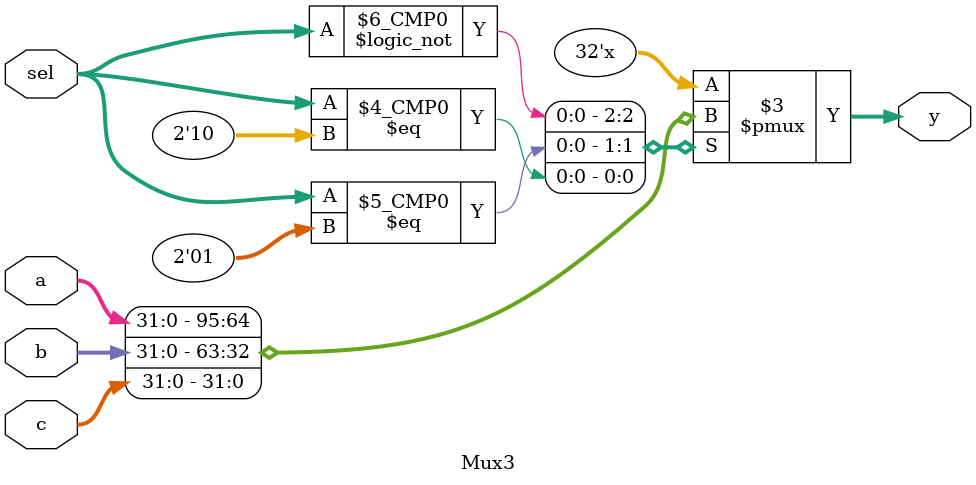
<source format=v>
`timescale 1ns / 1ps


module Mux3(sel, a, b, c, y);
    parameter bitwidth=32;
    input   [1:0] sel;
    input   [bitwidth-1:0] a, b, c;
    output  [bitwidth-1:0] y;
    reg     [bitwidth-1:0] y;

    always @(sel or a or b or c)
    begin
        case (sel)
            2'b00 : y = a;
            2'b01 : y = b;
            2'b10 : y = c;
        endcase
    end
endmodule

</source>
